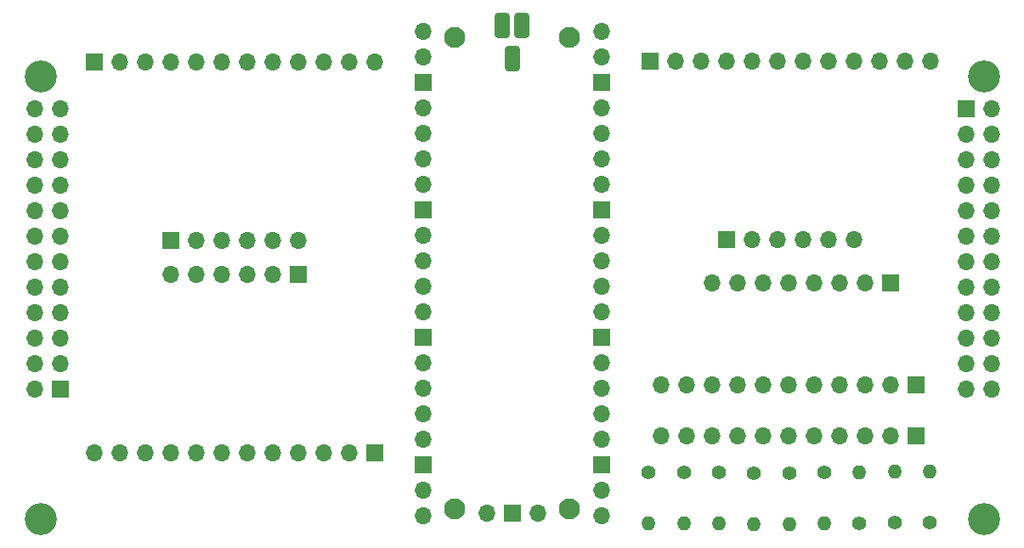
<source format=gbs>
G04 #@! TF.GenerationSoftware,KiCad,Pcbnew,7.0.1*
G04 #@! TF.CreationDate,2024-03-21T11:39:08+08:00*
G04 #@! TF.ProjectId,chupico_openithm,63687570-6963-46f5-9f6f-70656e697468,rev?*
G04 #@! TF.SameCoordinates,Original*
G04 #@! TF.FileFunction,Soldermask,Bot*
G04 #@! TF.FilePolarity,Negative*
%FSLAX46Y46*%
G04 Gerber Fmt 4.6, Leading zero omitted, Abs format (unit mm)*
G04 Created by KiCad (PCBNEW 7.0.1) date 2024-03-21 11:39:08*
%MOMM*%
%LPD*%
G01*
G04 APERTURE LIST*
G04 Aperture macros list*
%AMRoundRect*
0 Rectangle with rounded corners*
0 $1 Rounding radius*
0 $2 $3 $4 $5 $6 $7 $8 $9 X,Y pos of 4 corners*
0 Add a 4 corners polygon primitive as box body*
4,1,4,$2,$3,$4,$5,$6,$7,$8,$9,$2,$3,0*
0 Add four circle primitives for the rounded corners*
1,1,$1+$1,$2,$3*
1,1,$1+$1,$4,$5*
1,1,$1+$1,$6,$7*
1,1,$1+$1,$8,$9*
0 Add four rect primitives between the rounded corners*
20,1,$1+$1,$2,$3,$4,$5,0*
20,1,$1+$1,$4,$5,$6,$7,0*
20,1,$1+$1,$6,$7,$8,$9,0*
20,1,$1+$1,$8,$9,$2,$3,0*%
G04 Aperture macros list end*
%ADD10C,1.400000*%
%ADD11O,1.400000X1.400000*%
%ADD12R,1.700000X1.700000*%
%ADD13O,1.700000X1.700000*%
%ADD14C,3.200000*%
%ADD15C,2.100000*%
%ADD16RoundRect,0.300000X-0.450000X-0.950000X0.450000X-0.950000X0.450000X0.950000X-0.450000X0.950000X0*%
G04 APERTURE END LIST*
D10*
X160710000Y-102933500D03*
D11*
X160710000Y-108013500D03*
D10*
X178210000Y-107950000D03*
D11*
X178210000Y-102870000D03*
D12*
X95120000Y-94623500D03*
D13*
X92580000Y-94623500D03*
X95120000Y-92083500D03*
X92580000Y-92083500D03*
X95120000Y-89543500D03*
X92580000Y-89543500D03*
X95120000Y-87003500D03*
X92580000Y-87003500D03*
X95120000Y-84463500D03*
X92580000Y-84463500D03*
X95120000Y-81923500D03*
X92580000Y-81923500D03*
X95120000Y-79383500D03*
X92580000Y-79383500D03*
X95120000Y-76843500D03*
X92580000Y-76843500D03*
X95120000Y-74303500D03*
X92580000Y-74303500D03*
X95120000Y-71763500D03*
X92580000Y-71763500D03*
X95120000Y-69223500D03*
X92580000Y-69223500D03*
X95120000Y-66683500D03*
X92580000Y-66683500D03*
D12*
X126390000Y-100986000D03*
D13*
X123850000Y-100986000D03*
X121310000Y-100986000D03*
X118770000Y-100986000D03*
X116230000Y-100986000D03*
X113690000Y-100986000D03*
X111150000Y-100986000D03*
X108610000Y-100986000D03*
X106070000Y-100986000D03*
X103530000Y-100986000D03*
X100990000Y-100986000D03*
X98450000Y-100986000D03*
D12*
X153850000Y-61953500D03*
D13*
X156390000Y-61953500D03*
X158930000Y-61953500D03*
X161470000Y-61953500D03*
X164010000Y-61953500D03*
X166550000Y-61953500D03*
X169090000Y-61953500D03*
X171630000Y-61953500D03*
X174170000Y-61953500D03*
X176710000Y-61953500D03*
X179250000Y-61953500D03*
X181790000Y-61953500D03*
D12*
X180390000Y-94222500D03*
D13*
X177850000Y-94222500D03*
X175310000Y-94222500D03*
X172770000Y-94222500D03*
X170230000Y-94222500D03*
X167690000Y-94222500D03*
X165150000Y-94222500D03*
X162610000Y-94222500D03*
X160070000Y-94222500D03*
X157530000Y-94222500D03*
X154990000Y-94222500D03*
D14*
X187100000Y-107569000D03*
D10*
X171210000Y-102965250D03*
D11*
X171210000Y-108045250D03*
D12*
X118770000Y-83206000D03*
D13*
X116230000Y-83206000D03*
X113690000Y-83206000D03*
X111150000Y-83206000D03*
X108610000Y-83206000D03*
X106070000Y-83206000D03*
D12*
X177850000Y-84052500D03*
D13*
X175310000Y-84052500D03*
X172770000Y-84052500D03*
X170230000Y-84052500D03*
X167690000Y-84052500D03*
X165150000Y-84052500D03*
X162610000Y-84052500D03*
X160070000Y-84052500D03*
D12*
X180390000Y-99292500D03*
D13*
X177850000Y-99292500D03*
X175310000Y-99292500D03*
X172770000Y-99292500D03*
X170230000Y-99292500D03*
X167690000Y-99292500D03*
X165150000Y-99292500D03*
X162610000Y-99292500D03*
X160070000Y-99292500D03*
X157530000Y-99292500D03*
X154990000Y-99292500D03*
D10*
X167710000Y-102981125D03*
D11*
X167710000Y-108061125D03*
D12*
X98480000Y-62053500D03*
D13*
X101020000Y-62053500D03*
X103560000Y-62053500D03*
X106100000Y-62053500D03*
X108640000Y-62053500D03*
X111180000Y-62053500D03*
X113720000Y-62053500D03*
X116260000Y-62053500D03*
X118800000Y-62053500D03*
X121340000Y-62053500D03*
X123880000Y-62053500D03*
X126420000Y-62053500D03*
D10*
X174710000Y-107981750D03*
D11*
X174710000Y-102901750D03*
D14*
X93120000Y-107569000D03*
X93120000Y-63506000D03*
D15*
X134410000Y-59588500D03*
X134410000Y-106588500D03*
X145810000Y-59588500D03*
X145810000Y-106588500D03*
D13*
X131220000Y-58958500D03*
X131220000Y-61498500D03*
D12*
X131220000Y-64038500D03*
D13*
X131220000Y-66578500D03*
X131220000Y-69118500D03*
X131220000Y-71658500D03*
X131220000Y-74198500D03*
D12*
X131220000Y-76738500D03*
D13*
X131220000Y-79278500D03*
X131220000Y-81818500D03*
X131220000Y-84358500D03*
X131220000Y-86898500D03*
D12*
X131220000Y-89438500D03*
D13*
X131220000Y-91978500D03*
X131220000Y-94518500D03*
X131220000Y-97058500D03*
X131220000Y-99598500D03*
D12*
X131220000Y-102138500D03*
D13*
X131220000Y-104678500D03*
X131220000Y-107218500D03*
X149000000Y-107218500D03*
X149000000Y-104678500D03*
D12*
X149000000Y-102138500D03*
D13*
X149000000Y-99598500D03*
X149000000Y-97058500D03*
X149000000Y-94518500D03*
X149000000Y-91978500D03*
D12*
X149000000Y-89438500D03*
D13*
X149000000Y-86898500D03*
X149000000Y-84358500D03*
X149000000Y-81818500D03*
X149000000Y-79278500D03*
D12*
X149000000Y-76738500D03*
D13*
X149000000Y-74198500D03*
X149000000Y-71658500D03*
X149000000Y-69118500D03*
X149000000Y-66578500D03*
D12*
X149000000Y-64038500D03*
D13*
X149000000Y-61498500D03*
X149000000Y-58958500D03*
X137570000Y-106988500D03*
D12*
X140110000Y-106988500D03*
D13*
X142650000Y-106988500D03*
D16*
X140110000Y-61718500D03*
X141110000Y-58438500D03*
X139110000Y-58418500D03*
D10*
X181710000Y-107965875D03*
D11*
X181710000Y-102885875D03*
D14*
X187100000Y-63506000D03*
D10*
X153710000Y-102917625D03*
D11*
X153710000Y-107997625D03*
D12*
X185320000Y-66681000D03*
D13*
X187860000Y-66681000D03*
X185320000Y-69221000D03*
X187860000Y-69221000D03*
X185320000Y-71761000D03*
X187860000Y-71761000D03*
X185320000Y-74301000D03*
X187860000Y-74301000D03*
X185320000Y-76841000D03*
X187860000Y-76841000D03*
X185320000Y-79381000D03*
X187860000Y-79381000D03*
X185320000Y-81921000D03*
X187860000Y-81921000D03*
X185320000Y-84461000D03*
X187860000Y-84461000D03*
X185320000Y-87001000D03*
X187860000Y-87001000D03*
X185320000Y-89541000D03*
X187860000Y-89541000D03*
X185320000Y-92081000D03*
X187860000Y-92081000D03*
X185320000Y-94621000D03*
X187860000Y-94621000D03*
D12*
X161470000Y-79733500D03*
D13*
X164010000Y-79733500D03*
X166550000Y-79733500D03*
X169090000Y-79733500D03*
X171630000Y-79733500D03*
X174170000Y-79733500D03*
D12*
X106100000Y-79833500D03*
D13*
X108640000Y-79833500D03*
X111180000Y-79833500D03*
X113720000Y-79833500D03*
X116260000Y-79833500D03*
X118800000Y-79833500D03*
D10*
X157210000Y-102949375D03*
D11*
X157210000Y-108029375D03*
D10*
X164210000Y-102997000D03*
D11*
X164210000Y-108077000D03*
M02*

</source>
